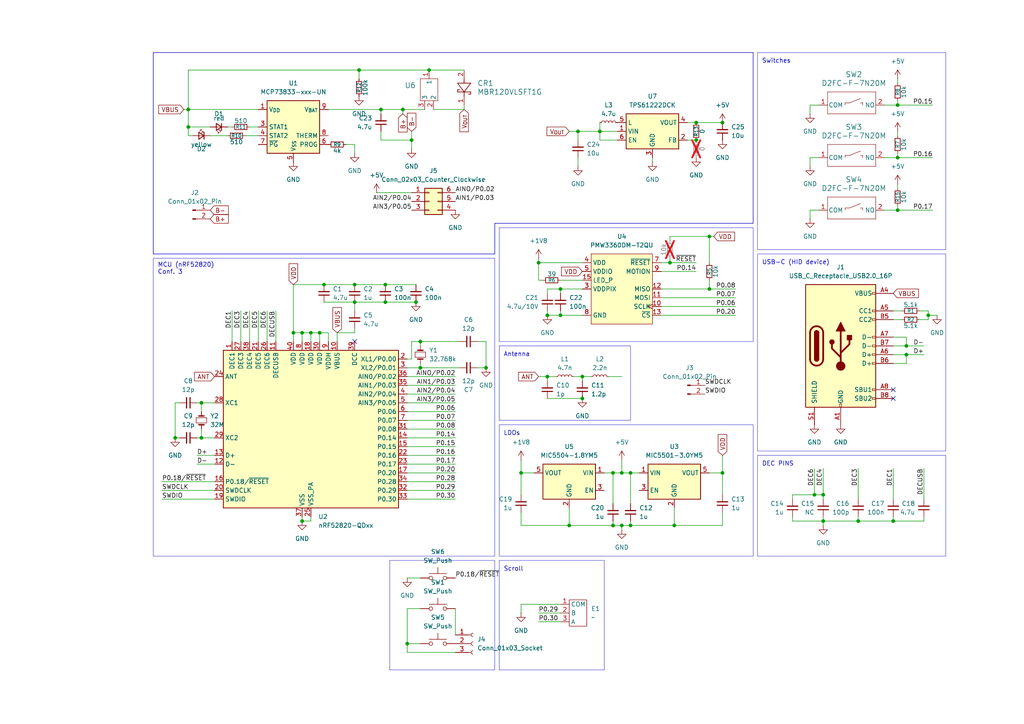
<source format=kicad_sch>
(kicad_sch (version 20250114) (generator "eeschema") (generator_version "9.0")
  (paper "A4")
  (rectangle (start 144.78 66.04) (end 218.44 99.06) (stroke (width 0.1)))
  (rectangle (start 219.71 132.08) (end 274.32 161.29) (stroke (width 0.1)))
  (rectangle (start 144.78 162.56) (end 175.26 194.31) (stroke (width 0.1)))
  (rectangle (start 144.78 123.19) (end 218.44 161.29) (stroke (width 0.1)))
  (rectangle (start 113.03 162.56) (end 143.51 194.31) (stroke (width 0.1)))
  (rectangle (start 44.45 74.93) (end 143.51 161.29) (stroke (width 0.1)))
  (rectangle (start 219.71 73.66) (end 274.32 130.81) (stroke (width 0.1)))
  (rectangle (start 144.78 100.33) (end 182.88 121.92) (stroke (width 0.1)))
  (rectangle (start 219.71 15.24) (end 274.32 72.39) (stroke (width 0.1)))
  (text "DEC PINS" (at 220.98 134.62 0) (effects (font (size 1.27 1.27)) (justify left)))
  (text "Antenna\n" (at 146.05 102.87 0) (effects (font (size 1.27 1.27)) (justify left)))
  (text "MCU (nRF52820)\nConf. 3" (at 45.72 76.2 0) (effects (font (size 1.27 1.27)) (justify left top)))
  (text "USB-C (HID device)" (at 220.98 76.2 0) (effects (font (size 1.27 1.27)) (justify left)))
  (text "Switches" (at 220.98 17.78 0) (effects (font (size 1.27 1.27)) (justify left)))
  (text "LDOs" (at 146.05 125.73 0) (effects (font (size 1.27 1.27)) (justify left)))
  (text "Scroll" (at 146.05 165.1 0) (effects (font (size 1.27 1.27)) (justify left)))
  (junction (at 124.46 20.32))
  (junction (at 168.91 109.22))
  (junction (at 92.71 96.52))
  (junction (at 50.8 127))
  (junction (at 205.74 68.58))
  (junction (at 177.8 137.16))
  (junction (at 58.42 127))
  (junction (at 111.76 87.63))
  (junction (at 58.42 116.84))
  (junction (at 158.75 109.22))
  (junction (at 209.55 137.16))
  (junction (at 182.88 152.4))
  (junction (at 269.24 91.44))
  (junction (at 116.84 31.75))
  (junction (at 201.93 40.64))
  (junction (at 120.65 87.63))
  (junction (at 238.76 143.51))
  (junction (at 168.91 115.57))
  (junction (at 201.93 35.56))
  (junction (at 260.35 60.96))
  (junction (at 209.55 35.56))
  (junction (at 104.14 20.32))
  (junction (at 180.34 152.4))
  (junction (at 236.22 143.51))
  (junction (at 162.56 91.44))
  (junction (at 248.92 151.13))
  (junction (at 165.1 152.4))
  (junction (at 173.99 38.1))
  (junction (at 259.08 151.13))
  (junction (at 111.76 82.55))
  (junction (at 151.13 137.16))
  (junction (at 54.61 36.83))
  (junction (at 85.09 96.52))
  (junction (at 90.17 96.52))
  (junction (at 121.92 106.68))
  (junction (at 194.31 76.2))
  (junction (at 167.64 38.1))
  (junction (at 260.35 45.72))
  (junction (at 156.21 76.2))
  (junction (at 182.88 137.16))
  (junction (at 102.87 82.55))
  (junction (at 162.56 83.82))
  (junction (at 121.92 99.06))
  (junction (at 260.35 30.48))
  (junction (at 262.89 100.33))
  (junction (at 87.63 96.52))
  (junction (at 195.58 152.4))
  (junction (at 110.49 31.75))
  (junction (at 238.76 151.13))
  (junction (at 118.11 186.69))
  (junction (at 158.75 91.44))
  (junction (at 140.97 106.68))
  (junction (at 262.89 102.87))
  (junction (at 54.61 31.75))
  (junction (at 119.38 40.64))
  (junction (at 205.74 83.82))
  (junction (at 102.87 87.63))
  (junction (at 93.98 82.55))
  (junction (at 177.8 152.4))
  (junction (at 87.63 151.13))
  (junction (at 180.34 137.16))
  (no_connect (at 259.08 115.57))
  (no_connect (at 259.08 113.03))
  (no_connect (at 102.87 99.06))
  (wire (pts (xy 260.35 44.45) (xy 260.35 45.72)))
  (wire (pts (xy 118.11 132.08) (xy 132.08 132.08)))
  (wire (pts (xy 262.89 97.79) (xy 262.89 100.33)))
  (wire (pts (xy 151.13 175.26) (xy 162.56 175.26)))
  (wire (pts (xy 209.55 137.16) (xy 209.55 143.51)))
  (wire (pts (xy 90.17 96.52) (xy 90.17 99.06)))
  (wire (pts (xy 162.56 83.82) (xy 158.75 83.82)))
  (wire (pts (xy 85.09 99.06) (xy 85.09 96.52)))
  (wire (pts (xy 85.09 82.55) (xy 85.09 96.52)))
  (polyline (pts (xy 143.51 64.77) (xy 218.44 64.77)))
  (wire (pts (xy 109.22 55.88) (xy 119.38 55.88)))
  (wire (pts (xy 54.61 36.83) (xy 60.96 36.83)))
  (wire (pts (xy 179.07 40.64) (xy 173.99 40.64)))
  (wire (pts (xy 87.63 151.13) (xy 87.63 149.86)))
  (wire (pts (xy 259.08 135.89) (xy 259.08 144.78)))
  (wire (pts (xy 66.04 36.83) (xy 67.31 36.83)))
  (wire (pts (xy 110.49 31.75) (xy 110.49 33.02)))
  (wire (pts (xy 95.25 31.75) (xy 110.49 31.75)))
  (wire (pts (xy 118.11 189.23) (xy 132.08 189.23)))
  (wire (pts (xy 194.31 74.93) (xy 194.31 76.2)))
  (wire (pts (xy 165.1 38.1) (xy 167.64 38.1)))
  (wire (pts (xy 173.99 38.1) (xy 179.07 38.1)))
  (wire (pts (xy 158.75 83.82) (xy 158.75 85.09)))
  (wire (pts (xy 119.38 38.1) (xy 119.38 40.64)))
  (wire (pts (xy 195.58 147.32) (xy 195.58 152.4)))
  (wire (pts (xy 201.93 35.56) (xy 209.55 35.56)))
  (wire (pts (xy 46.99 142.24) (xy 62.23 142.24)))
  (wire (pts (xy 158.75 110.49) (xy 158.75 109.22)))
  (wire (pts (xy 54.61 31.75) (xy 54.61 20.32)))
  (wire (pts (xy 57.15 127) (xy 58.42 127)))
  (wire (pts (xy 270.51 30.48) (xy 260.35 30.48)))
  (wire (pts (xy 201.93 35.56) (xy 199.39 35.56)))
  (wire (pts (xy 102.87 95.25) (xy 102.87 96.52)))
  (wire (pts (xy 118.11 114.3) (xy 132.08 114.3)))
  (wire (pts (xy 238.76 152.4) (xy 238.76 151.13)))
  (wire (pts (xy 118.11 109.22) (xy 132.08 109.22)))
  (wire (pts (xy 229.87 143.51) (xy 236.22 143.51)))
  (wire (pts (xy 102.87 87.63) (xy 102.87 90.17)))
  (wire (pts (xy 121.92 167.64) (xy 118.11 167.64)))
  (wire (pts (xy 104.14 20.32) (xy 124.46 20.32)))
  (wire (pts (xy 52.07 116.84) (xy 50.8 116.84)))
  (wire (pts (xy 132.08 176.53) (xy 132.08 184.15)))
  (wire (pts (xy 195.58 152.4) (xy 209.55 152.4)))
  (wire (pts (xy 118.11 124.46) (xy 132.08 124.46)))
  (wire (pts (xy 151.13 152.4) (xy 151.13 148.59)))
  (wire (pts (xy 118.11 116.84) (xy 132.08 116.84)))
  (wire (pts (xy 60.96 39.37) (xy 66.04 39.37)))
  (wire (pts (xy 58.42 116.84) (xy 62.23 116.84)))
  (wire (pts (xy 194.31 68.58) (xy 194.31 69.85)))
  (wire (pts (xy 46.99 144.78) (xy 62.23 144.78)))
  (wire (pts (xy 140.97 99.06) (xy 138.43 99.06)))
  (wire (pts (xy 267.97 149.86) (xy 267.97 151.13)))
  (wire (pts (xy 229.87 151.13) (xy 238.76 151.13)))
  (wire (pts (xy 168.91 83.82) (xy 162.56 83.82)))
  (wire (pts (xy 238.76 151.13) (xy 238.76 149.86)))
  (wire (pts (xy 118.11 121.92) (xy 132.08 121.92)))
  (wire (pts (xy 102.87 44.45) (xy 102.87 41.91)))
  (wire (pts (xy 260.35 59.69) (xy 260.35 60.96)))
  (wire (pts (xy 118.11 186.69) (xy 118.11 189.23)))
  (wire (pts (xy 176.53 109.22) (xy 180.34 109.22)))
  (wire (pts (xy 182.88 137.16) (xy 185.42 137.16)))
  (wire (pts (xy 104.14 20.32) (xy 104.14 22.86)))
  (wire (pts (xy 54.61 39.37) (xy 55.88 39.37)))
  (wire (pts (xy 156.21 76.2) (xy 156.21 81.28)))
  (wire (pts (xy 119.38 99.06) (xy 121.92 99.06)))
  (wire (pts (xy 118.11 119.38) (xy 132.08 119.38)))
  (wire (pts (xy 191.77 91.44) (xy 213.36 91.44)))
  (wire (pts (xy 54.61 20.32) (xy 104.14 20.32)))
  (wire (pts (xy 92.71 96.52) (xy 95.25 96.52)))
  (wire (pts (xy 162.56 90.17) (xy 162.56 91.44)))
  (wire (pts (xy 260.35 39.37) (xy 260.35 38.1)))
  (wire (pts (xy 256.54 60.96) (xy 260.35 60.96)))
  (wire (pts (xy 236.22 135.89) (xy 236.22 143.51)))
  (wire (pts (xy 267.97 135.89) (xy 267.97 144.78)))
  (wire (pts (xy 121.92 99.06) (xy 133.35 99.06)))
  (wire (pts (xy 209.55 152.4) (xy 209.55 148.59)))
  (wire (pts (xy 189.23 45.72) (xy 189.23 46.99)))
  (wire (pts (xy 118.11 111.76) (xy 132.08 111.76)))
  (wire (pts (xy 205.74 83.82) (xy 213.36 83.82)))
  (wire (pts (xy 80.01 90.17) (xy 80.01 99.06)))
  (wire (pts (xy 119.38 40.64) (xy 119.38 43.18)))
  (wire (pts (xy 151.13 177.8) (xy 151.13 175.26)))
  (wire (pts (xy 158.75 115.57) (xy 168.91 115.57)))
  (wire (pts (xy 95.25 96.52) (xy 95.25 99.06)))
  (wire (pts (xy 54.61 36.83) (xy 54.61 31.75)))
  (wire (pts (xy 167.64 38.1) (xy 167.64 40.64)))
  (wire (pts (xy 166.37 109.22) (xy 168.91 109.22)))
  (wire (pts (xy 58.42 119.38) (xy 58.42 116.84)))
  (wire (pts (xy 50.8 116.84) (xy 50.8 127)))
  (polyline (pts (xy 143.51 64.77) (xy 143.51 73.66)))
  (wire (pts (xy 54.61 36.83) (xy 54.61 39.37)))
  (wire (pts (xy 262.89 105.41) (xy 259.08 105.41)))
  (wire (pts (xy 119.38 104.14) (xy 118.11 104.14)))
  (wire (pts (xy 259.08 151.13) (xy 259.08 149.86)))
  (wire (pts (xy 97.79 96.52) (xy 97.79 99.06)))
  (wire (pts (xy 167.64 38.1) (xy 173.99 38.1)))
  (wire (pts (xy 121.92 106.68) (xy 118.11 106.68)))
  (wire (pts (xy 50.8 127) (xy 52.07 127)))
  (wire (pts (xy 236.22 143.51) (xy 238.76 143.51)))
  (wire (pts (xy 57.15 132.08) (xy 62.23 132.08)))
  (wire (pts (xy 234.95 30.48) (xy 237.49 30.48)))
  (wire (pts (xy 191.77 83.82) (xy 205.74 83.82)))
  (wire (pts (xy 154.94 137.16) (xy 151.13 137.16)))
  (wire (pts (xy 156.21 177.8) (xy 162.56 177.8)))
  (wire (pts (xy 57.15 134.62) (xy 62.23 134.62)))
  (wire (pts (xy 201.93 40.64) (xy 199.39 40.64)))
  (wire (pts (xy 118.11 142.24) (xy 132.08 142.24)))
  (wire (pts (xy 69.85 90.17) (xy 69.85 99.06)))
  (polyline (pts (xy 143.51 73.66) (xy 44.45 73.66)))
  (wire (pts (xy 269.24 90.17) (xy 269.24 91.44)))
  (wire (pts (xy 260.35 29.21) (xy 260.35 30.48)))
  (wire (pts (xy 234.95 33.02) (xy 234.95 30.48)))
  (wire (pts (xy 71.12 39.37) (xy 74.93 39.37)))
  (wire (pts (xy 161.29 109.22) (xy 158.75 109.22)))
  (wire (pts (xy 168.91 110.49) (xy 168.91 109.22)))
  (wire (pts (xy 93.98 82.55) (xy 102.87 82.55)))
  (wire (pts (xy 234.95 45.72) (xy 237.49 45.72)))
  (wire (pts (xy 58.42 127) (xy 62.23 127)))
  (wire (pts (xy 168.91 91.44) (xy 162.56 91.44)))
  (wire (pts (xy 119.38 99.06) (xy 119.38 104.14)))
  (wire (pts (xy 267.97 151.13) (xy 259.08 151.13)))
  (wire (pts (xy 72.39 36.83) (xy 74.93 36.83)))
  (wire (pts (xy 182.88 152.4) (xy 182.88 151.13)))
  (wire (pts (xy 234.95 48.26) (xy 234.95 45.72)))
  (wire (pts (xy 110.49 40.64) (xy 119.38 40.64)))
  (wire (pts (xy 102.87 87.63) (xy 111.76 87.63)))
  (wire (pts (xy 168.91 109.22) (xy 171.45 109.22)))
  (wire (pts (xy 256.54 45.72) (xy 260.35 45.72)))
  (polyline (pts (xy 44.45 15.24) (xy 218.44 15.24)))
  (wire (pts (xy 111.76 87.63) (xy 120.65 87.63)))
  (wire (pts (xy 118.11 176.53) (xy 121.92 176.53)))
  (wire (pts (xy 102.87 96.52) (xy 97.79 96.52)))
  (wire (pts (xy 266.7 90.17) (xy 269.24 90.17)))
  (wire (pts (xy 177.8 152.4) (xy 177.8 151.13)))
  (wire (pts (xy 238.76 135.89) (xy 238.76 143.51)))
  (wire (pts (xy 77.47 90.17) (xy 77.47 99.06)))
  (wire (pts (xy 121.92 106.68) (xy 133.35 106.68)))
  (wire (pts (xy 156.21 74.93) (xy 156.21 76.2)))
  (wire (pts (xy 177.8 137.16) (xy 177.8 146.05)))
  (wire (pts (xy 124.46 20.32) (xy 134.62 20.32)))
  (wire (pts (xy 207.01 68.58) (xy 205.74 68.58)))
  (wire (pts (xy 102.87 82.55) (xy 111.76 82.55)))
  (wire (pts (xy 118.11 127) (xy 132.08 127)))
  (wire (pts (xy 158.75 109.22) (xy 156.21 109.22)))
  (wire (pts (xy 87.63 96.52) (xy 87.63 99.06)))
  (wire (pts (xy 87.63 96.52) (xy 90.17 96.52)))
  (wire (pts (xy 85.09 96.52) (xy 87.63 96.52)))
  (wire (pts (xy 194.31 68.58) (xy 205.74 68.58)))
  (wire (pts (xy 191.77 88.9) (xy 213.36 88.9)))
  (wire (pts (xy 156.21 180.34) (xy 162.56 180.34)))
  (wire (pts (xy 262.89 102.87) (xy 259.08 102.87)))
  (wire (pts (xy 90.17 96.52) (xy 92.71 96.52)))
  (wire (pts (xy 259.08 92.71) (xy 261.62 92.71)))
  (wire (pts (xy 209.55 132.08) (xy 209.55 137.16)))
  (wire (pts (xy 72.39 90.17) (xy 72.39 99.06)))
  (wire (pts (xy 248.92 151.13) (xy 238.76 151.13)))
  (wire (pts (xy 151.13 137.16) (xy 151.13 143.51)))
  (wire (pts (xy 205.74 83.82) (xy 205.74 81.28)))
  (wire (pts (xy 156.21 81.28) (xy 157.48 81.28)))
  (wire (pts (xy 151.13 133.35) (xy 151.13 137.16)))
  (wire (pts (xy 205.74 68.58) (xy 205.74 76.2)))
  (wire (pts (xy 201.93 78.74) (xy 191.77 78.74)))
  (wire (pts (xy 248.92 135.89) (xy 248.92 144.78)))
  (wire (pts (xy 67.31 90.17) (xy 67.31 99.06)))
  (wire (pts (xy 269.24 92.71) (xy 269.24 91.44)))
  (wire (pts (xy 191.77 86.36) (xy 213.36 86.36)))
  (wire (pts (xy 90.17 149.86) (xy 90.17 151.13)))
  (wire (pts (xy 102.87 41.91) (xy 100.33 41.91)))
  (wire (pts (xy 121.92 99.06) (xy 121.92 100.33)))
  (wire (pts (xy 87.63 151.13) (xy 90.17 151.13)))
  (wire (pts (xy 46.99 139.7) (xy 62.23 139.7)))
  (wire (pts (xy 260.35 54.61) (xy 260.35 53.34)))
  (wire (pts (xy 54.61 31.75) (xy 74.93 31.75)))
  (wire (pts (xy 260.35 45.72) (xy 270.51 45.72)))
  (wire (pts (xy 118.11 139.7) (xy 132.08 139.7)))
  (wire (pts (xy 266.7 92.71) (xy 269.24 92.71)))
  (wire (pts (xy 269.24 91.44) (xy 271.78 91.44)))
  (wire (pts (xy 182.88 137.16) (xy 182.88 146.05)))
  (wire (pts (xy 118.11 134.62) (xy 132.08 134.62)))
  (wire (pts (xy 177.8 137.16) (xy 175.26 137.16)))
  (wire (pts (xy 134.62 31.75) (xy 134.62 30.48)))
  (wire (pts (xy 53.34 31.75) (xy 54.61 31.75)))
  (wire (pts (xy 162.56 81.28) (xy 168.91 81.28)))
  (wire (pts (xy 158.75 91.44) (xy 158.75 90.17)))
  (wire (pts (xy 180.34 152.4) (xy 182.88 152.4)))
  (wire (pts (xy 262.89 102.87) (xy 267.97 102.87)))
  (wire (pts (xy 118.11 129.54) (xy 132.08 129.54)))
  (wire (pts (xy 194.31 76.2) (xy 201.93 76.2)))
  (wire (pts (xy 118.11 176.53) (xy 118.11 186.69)))
  (wire (pts (xy 85.09 82.55) (xy 93.98 82.55)))
  (wire (pts (xy 262.89 102.87) (xy 262.89 105.41)))
  (wire (pts (xy 260.35 30.48) (xy 256.54 30.48)))
  (wire (pts (xy 116.84 31.75) (xy 123.19 31.75)))
  (wire (pts (xy 156.21 76.2) (xy 168.91 76.2)))
  (wire (pts (xy 262.89 97.79) (xy 259.08 97.79)))
  (wire (pts (xy 93.98 87.63) (xy 102.87 87.63)))
  (polyline (pts (xy 218.44 15.24) (xy 218.44 64.77)))
  (wire (pts (xy 110.49 31.75) (xy 116.84 31.75)))
  (wire (pts (xy 74.93 90.17) (xy 74.93 99.06)))
  (wire (pts (xy 191.77 76.2) (xy 194.31 76.2)))
  (wire (pts (xy 173.99 40.64) (xy 173.99 38.1)))
  (wire (pts (xy 229.87 151.13) (xy 229.87 149.86)))
  (wire (pts (xy 260.35 60.96) (xy 270.51 60.96)))
  (wire (pts (xy 138.43 106.68) (xy 140.97 106.68)))
  (wire (pts (xy 58.42 127) (xy 58.42 124.46)))
  (wire (pts (xy 205.74 137.16) (xy 209.55 137.16)))
  (wire (pts (xy 140.97 106.68) (xy 140.97 99.06)))
  (wire (pts (xy 180.34 137.16) (xy 177.8 137.16)))
  (wire (pts (xy 92.71 96.52) (xy 92.71 99.06)))
  (wire (pts (xy 110.49 38.1) (xy 110.49 40.64)))
  (wire (pts (xy 229.87 144.78) (xy 229.87 143.51)))
  (wire (pts (xy 262.89 100.33) (xy 267.97 100.33)))
  (wire (pts (xy 248.92 151.13) (xy 259.08 151.13)))
  (wire (pts (xy 248.92 149.86) (xy 248.92 151.13)))
  (wire (pts (xy 111.76 82.55) (xy 120.65 82.55)))
  (wire (pts (xy 162.56 83.82) (xy 162.56 85.09)))
  (wire (pts (xy 180.34 152.4) (xy 177.8 152.4)))
  (wire (pts (xy 234.95 60.96) (xy 237.49 60.96)))
  (wire (pts (xy 116.84 31.75) (xy 116.84 33.02)))
  (wire (pts (xy 262.89 100.33) (xy 259.08 100.33)))
  (wire (pts (xy 238.76 143.51) (xy 238.76 144.78)))
  (wire (pts (xy 260.35 24.13) (xy 260.35 22.86)))
  (wire (pts (xy 173.99 35.56) (xy 173.99 38.1)))
  (wire (pts (xy 180.34 133.35) (xy 180.34 137.16)))
  (wire (pts (xy 165.1 152.4) (xy 151.13 152.4)))
  (wire (pts (xy 182.88 152.4) (xy 195.58 152.4)))
  (wire (pts (xy 167.64 48.26) (xy 167.64 45.72)))
  (wire (pts (xy 177.8 152.4) (xy 165.1 152.4)))
  (polyline (pts (xy 44.45 73.66) (xy 44.45 15.24)))
  (wire (pts (xy 118.11 137.16) (xy 132.08 137.16)))
  (wire (pts (xy 259.08 90.17) (xy 261.62 90.17)))
  (wire (pts (xy 118.11 144.78) (xy 132.08 144.78)))
  (wire (pts (xy 165.1 147.32) (xy 165.1 152.4)))
  (wire (pts (xy 121.92 105.41) (xy 121.92 106.68)))
  (wire (pts (xy 180.34 153.67) (xy 180.34 152.4)))
  (wire (pts (xy 118.11 186.69) (xy 121.92 186.69)))
  (wire (pts (xy 162.56 91.44) (xy 158.75 91.44)))
  (wire (pts (xy 57.15 116.84) (xy 58.42 116.84)))
  (wire (pts (xy 234.95 63.5) (xy 234.95 60.96)))
  (wire (pts (xy 180.34 137.16) (xy 182.88 137.16)))
  (wire (pts (xy 134.62 31.75) (xy 125.73 31.75)))
  (label "P0.08" (at 213.36 83.82 180))
  (label "D-" (at 267.97 100.33 180))
  (label "P0.18{slash}~{RESET}" (at 132.08 167.64 0))
  (label "DEC4" (at 238.76 135.89 270))
  (label "SWDIO" (at 204.47 114.3 0))
  (label "AINO{slash}P0.02" (at 132.08 109.22 180))
  (label "AIN1{slash}P0.03" (at 132.08 111.76 180))
  (label "P0.06" (at 132.08 119.38 180))
  (label "P0.07" (at 132.08 121.92 180))
  (label "P0.08" (at 132.08 124.46 180))
  (label "P0.14" (at 132.08 127 180))
  (label "P0.15" (at 132.08 129.54 180))
  (label "P0.16" (at 132.08 132.08 180))
  (label "P0.17" (at 132.08 134.62 180))
  (label "P0.29" (at 132.08 142.24 180))
  (label "P0.28" (at 132.08 139.7 180))
  (label "P0.20" (at 132.08 137.16 180))
  (label "AIN2{slash}P0.04" (at 132.08 114.3 180))
  (label "AIN3{slash}P0.05" (at 132.08 116.84 180))
  (label "P0.30" (at 132.08 144.78 180))
  (label "DEC6" (at 236.22 135.89 270))
  (label "P0.29" (at 156.21 177.8 0))
  (label "DECUSB" (at 267.97 135.89 270))
  (label "SWDCLK" (at 204.47 111.76 0))
  (label "D+" (at 267.97 102.87 180))
  (label "P0.30" (at 156.21 180.34 0))
  (label "DEC4" (at 72.39 90.17 270))
  (label "DEC5" (at 74.93 90.17 270))
  (label "DEC6" (at 77.47 90.17 270))
  (label "DECUSB" (at 80.01 90.17 270))
  (label "DEC1" (at 67.31 90.17 270))
  (label "DEC3" (at 69.85 90.17 270))
  (label "DEC3" (at 248.92 135.89 270))
  (label "P0.06" (at 213.36 88.9 180))
  (label "P0.14" (at 201.93 78.74 180))
  (label "D+" (at 57.15 132.08 0))
  (label "AIN3{slash}P0.05" (at 119.38 60.96 180))
  (label "~{RESET}" (at 201.93 76.2 180))
  (label "P0.20" (at 213.36 91.44 180))
  (label "D-" (at 57.15 134.62 0))
  (label "DEC1" (at 259.08 135.89 270))
  (label "P0.16" (at 270.51 45.72 180))
  (label "P0.15" (at 270.51 30.48 180))
  (label "P0.07" (at 213.36 86.36 180))
  (label "P0.18{slash}~{RESET}" (at 46.99 139.7 0))
  (label "AIN1{slash}P0.03" (at 132.08 58.42 0))
  (label "AIN2{slash}P0.04" (at 119.38 58.42 180))
  (label "P0.17" (at 270.51 60.96 180))
  (label "SWDIO" (at 46.99 144.78 0))
  (label "SWDCLK" (at 46.99 142.24 0))
  (label "AINO{slash}P0.02" (at 132.08 55.88 0))
  (global_label "VDD" (shape input) (at 209.55 132.08 90) (property "Intersheetrefs" "${INTERSHEET_REFS}" (effects (hide yes))))
  (global_label "VBUS" (shape input) (at 97.79 96.52 90) (property "Intersheetrefs" "${INTERSHEET_REFS}" (effects (hide yes))))
  (global_label "V_{OUT}" (shape input) (at 165.1 38.1 180) (property "Intersheetrefs" "${INTERSHEET_REFS}" (effects (hide yes))))
  (global_label "ANT" (shape input) (at 156.21 109.22 180) (property "Intersheetrefs" "${INTERSHEET_REFS}" (effects (hide yes))))
  (global_label "B-" (shape input) (at 119.38 38.1 90) (property "Intersheetrefs" "${INTERSHEET_REFS}" (effects (hide yes))))
  (global_label "VBUS" (shape input) (at 259.08 85.09 0) (property "Intersheetrefs" "${INTERSHEET_REFS}" (effects (hide yes))))
  (global_label "VDD" (shape input) (at 85.09 82.55 90) (property "Intersheetrefs" "${INTERSHEET_REFS}" (effects (hide yes))))
  (global_label "V_{OUT}" (shape input) (at 134.62 31.75 270) (property "Intersheetrefs" "${INTERSHEET_REFS}" (effects (hide yes))))
  (global_label "VBUS" (shape input) (at 53.34 31.75 180) (property "Intersheetrefs" "${INTERSHEET_REFS}" (effects (hide yes))))
  (global_label "ANT" (shape input) (at 62.23 109.22 180) (property "Intersheetrefs" "${INTERSHEET_REFS}" (effects (hide yes))))
  (global_label "VDD" (shape input) (at 207.01 68.58 0) (property "Intersheetrefs" "${INTERSHEET_REFS}" (effects (hide yes))))
  (global_label "B+" (shape input) (at 116.84 33.02 270) (property "Intersheetrefs" "${INTERSHEET_REFS}" (effects (hide yes))))
  (global_label "VDD" (shape input) (at 168.91 78.74 180) (property "Intersheetrefs" "${INTERSHEET_REFS}" (effects (hide yes))))
  (global_label "B-" (shape input) (at 60.96 60.96 0) (property "Intersheetrefs" "${INTERSHEET_REFS}" (effects (hide yes))))
  (global_label "B+" (shape input) (at 60.96 63.5 0) (property "Intersheetrefs" "${INTERSHEET_REFS}" (effects (hide yes))))
  (symbol (lib_id "power:GND") (at 168.91 115.57 0) (unit 1)
    (property "Reference" "#PWR09" (effects (hide yes)))
    (property "Value" "GND" (at 168.91 120.65 0))
    (property "Description" "Power symbol creates a global label with name \"GND\" , ground" (effects (hide yes)))
  )
  (symbol (lib_id "power:GND") (at 87.63 151.13 0) (mirror y) (unit 1)
    (property "Reference" "#PWR016" (effects (hide yes)))
    (property "Value" "GND" (at 87.63 156.21 0))
    (property "Description" "Power symbol creates a global label with name \"GND\" , ground" (effects (hide yes)))
  )
  (symbol (lib_id "Device:LED_Small") (at 58.42 39.37 0) (mirror y) (unit 1)
    (property "Reference" "D2" (at 58.42 43.18 0))
    (property "Value" "yellow" (at 58.42 41.91 0))
    (property "Footprint" "LED_SMD:LED_0805_2012Metric" (effects (hide yes)))
    (property "Description" "Light emitting diode, small symbol" (effects (hide yes)))
    (property "Sim.Pin" "1=K 2=A" (effects (hide yes)))
  )
  (symbol (lib_id "Device:R_Small") (at 260.35 26.67 0) (unit 1)
    (property "Reference" "R8" (at 260.35 26.67 90) (effects (font (size 1.016 1.016))))
    (property "Value" "10k" (at 262.128 26.67 90))
    (property "Footprint" "Resistor_SMD:R_0402_1005Metric" (effects (hide yes)))
    (property "Description" "Resistor, small symbol" (effects (hide yes)))
  )
  (symbol (lib_id "Regulator_Linear:MIC5504-1.8YM5") (at 165.1 139.7 0) (mirror y) (unit 1)
    (property "Reference" "U5" (at 165.1 129.54 0))
    (property "Value" "MIC5504-1.8YM5" (at 165.1 132.08 0))
    (property "Footprint" "Package_TO_SOT_SMD:SOT-23-5" (effects (hide yes)))
    (property "Datasheet" "http://ww1.microchip.com/downloads/en/DeviceDoc/MIC550X.pdf" (effects (hide yes)))
    (property "Description" "300mA Low-dropout Voltage Regulator, Vout 1.8V, Vin up to 5.5V, SOT-23" (effects (hide yes)))
  )
  (symbol (lib_id "MBR120VLSFT1G:MBR120VLSFT1G") (at 134.62 20.32 270) (unit 1)
    (property "Reference" "CR1" (at 138.43 24.1299 90) (effects (font (size 1.524 1.524)) (justify left)))
    (property "Value" "MBR120VLSFT1G" (at 138.43 26.6699 90) (effects (font (size 1.524 1.524)) (justify left)))
    (property "Footprint" "Footprints:MBR120VLSFT1G" (effects (hide yes)))
    (property "Datasheet" "MBR120VLSFT1G" (effects (hide yes)))
  )
  (symbol (lib_id "Device:C_Small") (at 182.88 148.59 180) (unit 1)
    (property "Reference" "C12" (at 185.42 147.3135 0) (effects (justify right)))
    (property "Value" "1u" (at 185.42 149.8535 0) (effects (justify right)))
    (property "Footprint" "Capacitor_SMD:C_0402_1005Metric" (effects (hide yes)))
    (property "Description" "Unpolarized capacitor, small symbol" (effects (hide yes)))
  )
  (symbol (lib_id "power:GND") (at 119.38 43.18 0) (mirror y) (unit 1)
    (property "Reference" "#PWR017" (effects (hide yes)))
    (property "Value" "GND" (at 119.38 48.26 0))
    (property "Description" "Power symbol creates a global label with name \"GND\" , ground" (effects (hide yes)))
  )
  (symbol (lib_id "Device:R_Small") (at 264.16 90.17 90) (unit 1)
    (property "Reference" "R1" (at 264.16 90.17 90) (effects (font (size 1.016 1.016))))
    (property "Value" "5.1k" (at 264.16 88.392 90))
    (property "Footprint" "Resistor_SMD:R_0402_1005Metric" (effects (hide yes)))
    (property "Description" "Resistor, small symbol" (effects (hide yes)))
  )
  (symbol (lib_id "Device:C_Small") (at 229.87 147.32 0) (mirror x) (unit 1)
    (property "Reference" "C14" (at 227.33 146.0435 0) (effects (justify right)))
    (property "Value" "1u" (at 227.33 148.5835 0) (effects (justify right)))
    (property "Footprint" "Capacitor_SMD:C_0402_1005Metric" (effects (hide yes)))
    (property "Description" "Unpolarized capacitor, small symbol" (effects (hide yes)))
  )
  (symbol (lib_id "Device:R_Small") (at 264.16 92.71 90) (unit 1)
    (property "Reference" "R2" (at 264.16 92.71 90) (effects (font (size 1.016 1.016))))
    (property "Value" "5.1k" (at 264.16 94.488 90))
    (property "Footprint" "Resistor_SMD:R_0402_1005Metric" (effects (hide yes)))
    (property "Description" "Resistor, small symbol" (effects (hide yes)))
  )
  (symbol (lib_id "Device:R_Small") (at 260.35 41.91 0) (unit 1)
    (property "Reference" "R7" (at 260.35 41.91 90) (effects (font (size 1.016 1.016))))
    (property "Value" "10k" (at 262.128 41.91 90))
    (property "Footprint" "Resistor_SMD:R_0402_1005Metric" (effects (hide yes)))
    (property "Description" "Resistor, small symbol" (effects (hide yes)))
  )
  (symbol (lib_id "Device:L_Small") (at 173.99 109.22 90) (unit 1)
    (property "Reference" "L2" (at 173.99 104.14 90))
    (property "Value" "2.2n" (at 173.99 106.68 90))
    (property "Footprint" "Inductor_SMD:L_0402_1005Metric" (effects (hide yes)))
    (property "Description" "Inductor, small symbol" (effects (hide yes)))
  )
  (symbol (lib_id "Device:C_Small") (at 158.75 113.03 180) (unit 1)
    (property "Reference" "C10" (at 161.29 111.7535 0) (effects (justify right)))
    (property "Value" "1p" (at 161.29 114.2935 0) (effects (justify right)))
    (property "Footprint" "Capacitor_SMD:C_0402_1005Metric" (effects (hide yes)))
    (property "Description" "Unpolarized capacitor, small symbol" (effects (hide yes)))
  )
  (symbol (lib_id "Switch:SW_Push") (at 127 167.64 0) (unit 1)
    (property "Reference" "SW6" (at 127 160.02 0))
    (property "Value" "SW_Push" (at 127 162.56 0))
    (property "Footprint" "Button_Switch_SMD:SW_SPST_B3U-3000P" (effects (hide yes)))
    (property "Description" "Push button switch, generic, two pins" (effects (hide yes)))
  )
  (symbol (lib_id "power:GND") (at 234.95 33.02 0) (unit 1)
    (property "Reference" "#PWR014" (effects (hide yes)))
    (property "Value" "GND" (at 234.95 38.1 0))
    (property "Description" "Power symbol creates a global label with name \"GND\" , ground" (effects (hide yes)))
  )
  (symbol (lib_id "Device:R_Small") (at 260.35 57.15 0) (unit 1)
    (property "Reference" "R15" (at 260.35 57.15 90) (effects (font (size 1.016 1.016))))
    (property "Value" "10k" (at 262.128 57.15 90))
    (property "Footprint" "Resistor_SMD:R_0402_1005Metric" (effects (hide yes)))
    (property "Description" "Resistor, small symbol" (effects (hide yes)))
  )
  (symbol (lib_id "Device:C_Small") (at 111.76 85.09 180) (unit 1)
    (property "Reference" "C3" (at 114.3 83.8135 0) (effects (justify right)))
    (property "Value" "100n" (at 114.3 86.3535 0) (effects (justify right)))
    (property "Footprint" "Capacitor_SMD:C_0402_1005Metric" (effects (hide yes)))
    (property "Description" "Unpolarized capacitor, small symbol" (effects (hide yes)))
  )
  (symbol (lib_id "Device:C_Small") (at 54.61 127 270) (unit 1)
    (property "Reference" "C9" (at 54.6036 120.65 90))
    (property "Value" "12p" (at 54.6036 123.19 90))
    (property "Footprint" "Capacitor_SMD:C_0402_1005Metric" (effects (hide yes)))
    (property "Description" "Unpolarized capacitor, small symbol" (effects (hide yes)))
  )
  (symbol (lib_id "power:GND") (at 209.55 40.64 0) (mirror y) (unit 1)
    (property "Reference" "#PWR023" (effects (hide yes)))
    (property "Value" "GND" (at 209.55 45.72 0))
    (property "Description" "Power symbol creates a global label with name \"GND\" , ground" (effects (hide yes)))
  )
  (symbol (lib_id "Device:C_Small") (at 135.89 99.06 270) (unit 1)
    (property "Reference" "C6" (at 135.8836 92.71 90))
    (property "Value" "12p" (at 135.8836 95.25 90))
    (property "Footprint" "Capacitor_SMD:C_0402_1005Metric" (effects (hide yes)))
    (property "Description" "Unpolarized capacitor, small symbol" (effects (hide yes)))
  )
  (symbol (lib_id "Connector:USB_C_Receptacle_USB2.0_16P") (at 243.84 100.33 0) (unit 1)
    (property "Reference" "J1" (at 243.84 77.47 0))
    (property "Value" "USB_C_Receptacle_USB2.0_16P" (at 243.84 80.01 0))
    (property "Footprint" "Connector_USB:USB_C_Receptacle_GCT_USB4105-xx-A_16P_TopMnt_Horizontal" (effects (hide yes)))
    (property "Datasheet" "https://www.usb.org/sites/default/files/documents/usb_type-c.zip" (effects (hide yes)))
    (property "Description" "USB 2.0-only 16P Type-C Receptacle connector" (effects (hide yes)))
  )
  (symbol (lib_id "Connector:Conn_01x02_Pin") (at 199.39 111.76 0) (unit 1)
    (property "Reference" "J3" (at 200.025 106.68 0))
    (property "Value" "Conn_01x02_Pin" (at 200.025 109.22 0))
    (property "Footprint" "Connector_PinHeader_1.00mm:PinHeader_1x02_P1.00mm_Vertical" (effects (hide yes)))
    (property "Description" "Generic connector, single row, 01x02, script generated" (effects (hide yes)))
  )
  (symbol (lib_id "power:+5V") (at 209.55 35.56 0) (unit 1)
    (property "Reference" "#PWR022" (effects (hide yes)))
    (property "Value" "+5V" (at 209.55 30.48 0))
    (property "Description" "Power symbol creates a global label with name \"+5V\"" (effects (hide yes)))
  )
  (symbol (lib_id "Device:R_Small") (at 194.31 72.39 180) (unit 1) (dnp yes)
    (property "Reference" "R4" (at 194.31 72.39 90) (effects (font (size 1.016 1.016))))
    (property "Value" "10k" (at 192.532 72.39 90))
    (property "Footprint" "Resistor_SMD:R_0402_1005Metric" (effects (hide yes)))
    (property "Description" "Resistor, small symbol" (effects (hide yes)))
  )
  (symbol (lib_id "IRLML2244TRPBF:IRLML2244TRPBF") (at 124.46 26.67 90) (mirror x) (unit 1)
    (property "Reference" "U6" (at 120.65 24.7649 90) (effects (font (size 1.524 1.524)) (justify left)))
    (property "Value" "IRLML2244TRPBF" (effects (hide yes)))
    (property "Footprint" "Footprints:IRLML2244TRPBF" (effects (hide yes)))
    (property "Datasheet" "https://www.infineon.com/dgdl/irlml2244pbf.pdf?fileId=5546d462533600a401535664bfff25f0" (effects (hide yes)))
  )
  (symbol (lib_id "Device:C_Small") (at 110.49 35.56 0) (mirror x) (unit 1)
    (property "Reference" "C23" (at 107.95 34.2835 0) (effects (justify right)))
    (property "Value" "4.7u" (at 107.95 36.8235 0) (effects (justify right)))
    (property "Footprint" "Capacitor_SMD:C_0402_1005Metric" (effects (hide yes)))
    (property "Description" "Unpolarized capacitor, small symbol" (effects (hide yes)))
  )
  (symbol (lib_id "power:+5V") (at 109.22 55.88 0) (unit 1)
    (property "Reference" "#PWR032" (effects (hide yes)))
    (property "Value" "+5V" (at 109.22 50.8 0))
    (property "Description" "Power symbol creates a global label with name \"+5V\"" (effects (hide yes)))
  )
  (symbol (lib_id "Device:R_Small") (at 160.02 81.28 90) (unit 1)
    (property "Reference" "R6" (at 160.02 81.28 90) (effects (font (size 1.016 1.016))))
    (property "Value" "39" (at 160.02 79.502 90))
    (property "Footprint" "Resistor_SMD:R_0402_1005Metric" (effects (hide yes)))
    (property "Description" "Resistor, small symbol" (effects (hide yes)))
  )
  (symbol (lib_id "power:GND") (at 201.93 45.72 0) (mirror y) (unit 1)
    (property "Reference" "#PWR024" (effects (hide yes)))
    (property "Value" "GND" (at 201.93 50.8 0))
    (property "Description" "Power symbol creates a global label with name \"GND\" , ground" (effects (hide yes)))
  )
  (symbol (lib_id "power:+1V8") (at 151.13 133.35 0) (unit 1)
    (property "Reference" "#PWR012" (effects (hide yes)))
    (property "Value" "+1V8" (at 151.13 128.27 0))
    (property "Description" "Power symbol creates a global label with name \"+1V8\"" (effects (hide yes)))
  )
  (symbol (lib_id "Battery_Management:MCP73833-xxx-UN") (at 85.09 36.83 0) (unit 1)
    (property "Reference" "U1" (at 85.09 24.13 0))
    (property "Value" "MCP73833-xxx-UN" (at 85.09 26.67 0))
    (property "Footprint" "Package_SO:MSOP-10_3x3mm_P0.5mm" (effects (hide yes)))
    (property "Datasheet" "https://ww1.microchip.com/downloads/aemDocuments/documents/OTH/ProductDocuments/DataSheets/22005b.pdf" (effects (hide yes)))
    (property "Description" "Stand-Alone Linear Li-Ion / Li-Polymer Charge Management Controller, MSOP-10" (effects (hide yes)))
  )
  (symbol (lib_id "Regulator_Switching:TPS61222DCK") (at 189.23 38.1 0) (unit 1)
    (property "Reference" "U7" (at 189.23 27.94 0))
    (property "Value" "TPS61222DCK" (at 189.23 30.48 0))
    (property "Footprint" "Package_TO_SOT_SMD:Texas_R-PDSO-G6" (effects (hide yes)))
    (property "Datasheet" "http://www.ti.com/lit/ds/symlink/tps61220.pdf" (effects (hide yes)))
    (property "Description" "400 mA Step-Up Converter, Fixed 5V Output Voltage, 0.7-5.5V Input Voltage, SC-70" (effects (hide yes)))
  )
  (symbol (lib_id "power:GND") (at 50.8 127 0) (unit 1)
    (property "Reference" "#PWR03" (effects (hide yes)))
    (property "Value" "GND" (at 50.8 132.08 0))
    (property "Description" "Power symbol creates a global label with name \"GND\" , ground" (effects (hide yes)))
  )
  (symbol (lib_id "Device:C_Small") (at 267.97 147.32 0) (mirror x) (unit 1)
    (property "Reference" "C18" (at 265.43 146.0435 0) (effects (justify right)))
    (property "Value" "4.7u" (at 265.43 148.5835 0) (effects (justify right)))
    (property "Footprint" "Capacitor_SMD:C_0402_1005Metric" (effects (hide yes)))
    (property "Description" "Unpolarized capacitor, small symbol" (effects (hide yes)))
  )
  (symbol (lib_id "Device:Crystal_Small") (at 121.92 102.87 90) (unit 1)
    (property "Reference" "Y1" (at 124.46 101.5999 90) (effects (justify right)))
    (property "Value" "32.768k" (at 124.46 104.1399 90) (effects (justify right)))
    (property "Footprint" "Footprints:CAP_ABS07-32.768KHZ-T_ABR" (effects (hide yes)))
    (property "Description" "Two pin crystal, small symbol" (effects (hide yes)))
  )
  (symbol (lib_id "Device:L_Small") (at 163.83 109.22 90) (unit 1)
    (property "Reference" "L1" (at 163.83 104.14 90))
    (property "Value" "4.7n" (at 163.83 106.68 90))
    (property "Footprint" "Inductor_SMD:L_0402_1005Metric" (effects (hide yes)))
    (property "Description" "Inductor, small symbol" (effects (hide yes)))
  )
  (symbol (lib_id "power:GND") (at 234.95 48.26 0) (unit 1)
    (property "Reference" "#PWR015" (effects (hide yes)))
    (property "Value" "GND" (at 234.95 53.34 0))
    (property "Description" "Power symbol creates a global label with name \"GND\" , ground" (effects (hide yes)))
  )
  (symbol (lib_id "power:GND") (at 118.11 167.64 0) (mirror y) (unit 1)
    (property "Reference" "#PWR033" (effects (hide yes)))
    (property "Value" "GND" (at 118.11 172.72 0))
    (property "Description" "Power symbol creates a global label with name \"GND\" , ground" (effects (hide yes)))
  )
  (symbol (lib_id "power:GND") (at 151.13 177.8 0) (unit 1)
    (property "Reference" "#PWR027" (effects (hide yes)))
    (property "Value" "GND" (at 151.13 182.88 0))
    (property "Description" "Power symbol creates a global label with name \"GND\" , ground" (effects (hide yes)))
  )
  (symbol (lib_id "Device:R_Small") (at 205.74 78.74 0) (unit 1)
    (property "Reference" "R5" (at 205.74 78.74 90) (effects (font (size 1.016 1.016))))
    (property "Value" "10k" (at 207.518 78.74 90))
    (property "Footprint" "Resistor_SMD:R_0402_1005Metric" (effects (hide yes)))
    (property "Description" "Resistor, small symbol" (effects (hide yes)))
  )
  (symbol (lib_id "Device:C_Small") (at 248.92 147.32 0) (mirror x) (unit 1)
    (property "Reference" "C16" (at 246.38 146.0435 0) (effects (justify right)))
    (property "Value" "100p" (at 246.38 148.5835 0) (effects (justify right)))
    (property "Footprint" "Capacitor_SMD:C_0402_1005Metric" (effects (hide yes)))
    (property "Description" "Unpolarized capacitor, small symbol" (effects (hide yes)))
  )
  (symbol (lib_id "Device:C_Small") (at 158.75 87.63 0) (mirror x) (unit 1)
    (property "Reference" "C21" (at 156.21 86.3535 0) (effects (justify right)))
    (property "Value" "4.7u/10V" (at 156.21 88.8935 0) (effects (justify right)))
    (property "Footprint" "Capacitor_SMD:C_0402_1005Metric" (effects (hide yes)))
    (property "Description" "Unpolarized capacitor, small symbol" (effects (hide yes)))
  )
  (symbol (lib_id "power:+5V") (at 260.35 22.86 0) (unit 1)
    (property "Reference" "#PWR025" (effects (hide yes)))
    (property "Value" "+5V" (at 260.35 17.78 0))
    (property "Description" "Power symbol creates a global label with name \"+5V\"" (effects (hide yes)))
  )
  (symbol (lib_id "power:GND") (at 236.22 123.19 0) (unit 1)
    (property "Reference" "#PWR05" (effects (hide yes)))
    (property "Value" "GND" (at 236.22 128.27 0))
    (property "Description" "Power symbol creates a global label with name \"GND\" , ground" (effects (hide yes)))
  )
  (symbol (lib_id "Switch:SW_Push") (at 127 186.69 0) (unit 1)
    (property "Reference" "SW5" (at 127 179.07 0))
    (property "Value" "SW_Push" (at 127 181.61 0))
    (property "Footprint" "Button_Switch_THT:SW_PUSH_6mm_H4.3mm" (effects (hide yes)))
    (property "Description" "Push button switch, generic, two pins" (effects (hide yes)))
  )
  (symbol (lib_id "Device:C_Small") (at 151.13 146.05 0) (mirror x) (unit 1)
    (property "Reference" "C19" (at 148.59 144.7735 0) (effects (justify right)))
    (property "Value" "1u" (at 148.59 147.3135 0) (effects (justify right)))
    (property "Footprint" "Capacitor_SMD:C_0402_1005Metric" (effects (hide yes)))
    (property "Description" "Unpolarized capacitor, small symbol" (effects (hide yes)))
  )
  (symbol (lib_id "Device:R_Small") (at 69.85 36.83 90) (unit 1)
    (property "Reference" "R11" (at 69.85 36.83 90) (effects (font (size 1.016 1.016))))
    (property "Value" "510" (at 69.85 35.052 90))
    (property "Footprint" "Resistor_SMD:R_0402_1005Metric" (effects (hide yes)))
    (property "Description" "Resistor, small symbol" (effects (hide yes)))
  )
  (symbol (lib_id "Device:C_Small") (at 93.98 85.09 180) (unit 1)
    (property "Reference" "C1" (at 96.52 83.8135 0) (effects (justify right)))
    (property "Value" "4.7u" (at 96.52 86.3535 0) (effects (justify right)))
    (property "Footprint" "Capacitor_SMD:C_0402_1005Metric" (effects (hide yes)))
    (property "Description" "Unpolarized capacitor, small symbol" (effects (hide yes)))
  )
  (symbol (lib_id "Switch:SW_Push") (at 127 176.53 0) (unit 1)
    (property "Reference" "SW1" (at 127 168.91 0))
    (property "Value" "SW_Push" (at 127 171.45 0))
    (property "Footprint" "Button_Switch_THT:SW_PUSH_6mm_H4.3mm" (effects (hide yes)))
    (property "Description" "Push button switch, generic, two pins" (effects (hide yes)))
  )
  (symbol (lib_id "power:GND") (at 85.09 46.99 0) (mirror y) (unit 1)
    (property "Reference" "#PWR018" (effects (hide yes)))
    (property "Value" "GND" (at 85.09 52.07 0))
    (property "Description" "Power symbol creates a global label with name \"GND\" , ground" (effects (hide yes)))
  )
  (symbol (lib_id "Device:C_Small") (at 167.64 43.18 180) (unit 1)
    (property "Reference" "C24" (at 170.18 41.9035 0) (effects (justify right)))
    (property "Value" "10u" (at 170.18 44.4435 0) (effects (justify right)))
    (property "Footprint" "Capacitor_SMD:C_0402_1005Metric" (effects (hide yes)))
    (property "Description" "Unpolarized capacitor, small symbol" (effects (hide yes)))
  )
  (symbol (lib_id "power:GND") (at 167.64 48.26 0) (mirror y) (unit 1)
    (property "Reference" "#PWR020" (effects (hide yes)))
    (property "Value" "GND" (at 167.64 53.34 0))
    (property "Description" "Power symbol creates a global label with name \"GND\" , ground" (effects (hide yes)))
  )
  (symbol (lib_id "MCU_Nordic:nRF52820-QDxx") (at 90.17 124.46 0) (unit 1)
    (property "Reference" "U2" (at 92.3133 149.86 0) (effects (justify left)))
    (property "Value" "nRF52820-QDxx" (at 92.3133 152.4 0) (effects (justify left)))
    (property "Footprint" "Package_DFN_QFN:QFN-40-1EP_5x5mm_P0.4mm_EP3.6x3.6mm" (effects (hide yes)))
    (property "Datasheet" "https://infocenter.nordicsemi.com/pdf/nRF52820_PS_v1.0.pdf" (effects (hide yes)))
    (property "Description" "Multiprotocol BLE/ANT/2.4 GHz/802.15.4 Cortex-M4 SoC, QFN-40" (effects (hide yes)))
  )
  (symbol (lib_id "Device:LED_Small") (at 63.5 36.83 180) (unit 1)
    (property "Reference" "D1" (at 63.5 33.02 0))
    (property "Value" "red" (at 63.5 34.29 0))
    (property "Footprint" "LED_SMD:LED_0805_2012Metric" (effects (hide yes)))
    (property "Description" "Light emitting diode, small symbol" (effects (hide yes)))
    (property "Sim.Pin" "1=K 2=A" (effects (hide yes)))
  )
  (symbol (lib_id "Connector:Conn_01x02_Pin") (at 55.88 60.96 0) (unit 1)
    (property "Reference" "J2" (at 56.515 55.88 0))
    (property "Value" "Conn_01x02_Pin" (at 56.515 58.42 0))
    (property "Footprint" "Connector_JST:JST_PH_B2B-PH-K_1x02_P2.00mm_Vertical" (effects (hide yes)))
    (property "Description" "Generic connector, single row, 01x02, script generated" (effects (hide yes)))
  )
  (symbol (lib_id "Device:R_Small") (at 201.93 43.18 0) (unit 1) (dnp yes)
    (property "Reference" "R14" (at 201.93 43.18 90) (effects (font (size 1.016 1.016))))
    (property "Value" "0" (at 203.708 43.18 90))
    (property "Footprint" "Resistor_SMD:R_0402_1005Metric" (effects (hide yes)))
    (property "Description" "Resistor, small symbol" (effects (hide yes)))
  )
  (symbol (lib_id "Device:C_Small") (at 259.08 147.32 0) (mirror x) (unit 1)
    (property "Reference" "C17" (at 256.54 146.0435 0) (effects (justify right)))
    (property "Value" "100n" (at 256.54 148.5835 0) (effects (justify right)))
    (property "Footprint" "Capacitor_SMD:C_0402_1005Metric" (effects (hide yes)))
    (property "Description" "Unpolarized capacitor, small symbol" (effects (hide yes)))
  )
  (symbol (lib_id "power:+1V8") (at 156.21 74.93 0) (unit 1)
    (property "Reference" "#PWR011" (effects (hide yes)))
    (property "Value" "+1V8" (at 156.21 69.85 0))
    (property "Description" "Power symbol creates a global label with name \"+1V8\"" (effects (hide yes)))
  )
  (symbol (lib_id "Device:C_Small") (at 168.91 113.03 180) (unit 1)
    (property "Reference" "C11" (at 171.45 111.7535 0) (effects (justify right)))
    (property "Value" "1.2p" (at 171.45 114.2935 0) (effects (justify right)))
    (property "Footprint" "Capacitor_SMD:C_0402_1005Metric" (effects (hide yes)))
    (property "Description" "Unpolarized capacitor, small symbol" (effects (hide yes)))
  )
  (symbol (lib_id "Device:C_Small") (at 135.89 106.68 270) (mirror x) (unit 1)
    (property "Reference" "C7" (at 135.8836 113.03 90))
    (property "Value" "12p" (at 135.8836 110.49 90))
    (property "Footprint" "Capacitor_SMD:C_0402_1005Metric" (effects (hide yes)))
    (property "Description" "Unpolarized capacitor, small symbol" (effects (hide yes)))
  )
  (symbol (lib_id "power:+5V") (at 180.34 133.35 0) (unit 1)
    (property "Reference" "#PWR030" (effects (hide yes)))
    (property "Value" "+5V" (at 180.34 128.27 0))
    (property "Description" "Power symbol creates a global label with name \"+5V\"" (effects (hide yes)))
  )
  (symbol (lib_id "Device:C_Small") (at 177.8 148.59 0) (mirror x) (unit 1)
    (property "Reference" "C20" (at 175.26 147.3135 0) (effects (justify right)))
    (property "Value" "1u" (at 175.26 149.8535 0) (effects (justify right)))
    (property "Footprint" "Capacitor_SMD:C_0402_1005Metric" (effects (hide yes)))
    (property "Description" "Unpolarized capacitor, small symbol" (effects (hide yes)))
  )
  (symbol (lib_id "power:GND") (at 238.76 152.4 0) (unit 1)
    (property "Reference" "#PWR010" (effects (hide yes)))
    (property "Value" "GND" (at 238.76 157.48 0))
    (property "Description" "Power symbol creates a global label with name \"GND\" , ground" (effects (hide yes)))
  )
  (symbol (lib_id "Device:C_Small") (at 102.87 85.09 180) (unit 1)
    (property "Reference" "C2" (at 105.41 83.8135 0) (effects (justify right)))
    (property "Value" "1u" (at 105.41 86.3535 0) (effects (justify right)))
    (property "Footprint" "Capacitor_SMD:C_0402_1005Metric" (effects (hide yes)))
    (property "Description" "Unpolarized capacitor, small symbol" (effects (hide yes)))
  )
  (symbol (lib_id "power:GND") (at 140.97 106.68 0) (unit 1)
    (property "Reference" "#PWR02" (effects (hide yes)))
    (property "Value" "GND" (at 140.97 111.76 0))
    (property "Description" "Power symbol creates a global label with name \"GND\" , ground" (effects (hide yes)))
  )
  (symbol (lib_id "Regulator_Linear:MIC5501-3.0YM5") (at 195.58 139.7 0) (unit 1)
    (property "Reference" "U3" (at 195.58 129.54 0))
    (property "Value" "MIC5501-3.0YM5" (at 195.58 132.08 0))
    (property "Footprint" "Package_TO_SOT_SMD:SOT-23-5" (effects (hide yes)))
    (property "Datasheet" "http://ww1.microchip.com/downloads/en/DeviceDoc/MIC550X.pdf" (effects (hide yes)))
    (property "Description" "300mA Low-dropout Voltage Regulator, Vout 3.0V, Vin up to 5.5V, SOT-23" (effects (hide yes)))
  )
  (symbol (lib_id "power:GND") (at 271.78 91.44 0) (unit 1)
    (property "Reference" "#PWR04" (effects (hide yes)))
    (property "Value" "GND" (at 271.78 96.52 0))
    (property "Description" "Power symbol creates a global label with name \"GND\" , ground" (effects (hide yes)))
  )
  (symbol (lib_id "D2FC-F-7N:D2FC-F-7N20M") (at 247.65 60.96 0) (unit 1)
    (property "Reference" "SW4" (at 247.65 52.07 0) (effects (font (size 1.524 1.524))))
    (property "Value" "D2FC-F-7N20M" (at 247.65 54.61 0) (effects (font (size 1.524 1.524))))
    (property "Footprint" "Footprints:D2FC-F-7N" (effects (hide yes)))
    (property "Datasheet" "D2FC-F-7N20M" (effects (hide yes)))
  )
  (symbol (lib_id "power:GND") (at 132.08 60.96 0) (unit 1)
    (property "Reference" "#PWR07" (effects (hide yes)))
    (property "Value" "GND" (at 132.08 66.04 0))
    (property "Description" "Power symbol creates a global label with name \"GND\" , ground" (effects (hide yes)))
  )
  (symbol (lib_id "power:GND") (at 189.23 46.99 0) (mirror y) (unit 1)
    (property "Reference" "#PWR021" (effects (hide yes)))
    (property "Value" "GND" (at 189.23 52.07 0))
    (property "Description" "Power symbol creates a global label with name \"GND\" , ground" (effects (hide yes)))
  )
  (symbol (lib_id "power:+5V") (at 260.35 53.34 0) (unit 1)
    (property "Reference" "#PWR028" (effects (hide yes)))
    (property "Value" "+5V" (at 260.35 48.26 0))
    (property "Description" "Power symbol creates a global label with name \"+5V\"" (effects (hide yes)))
  )
  (symbol (lib_id "Device:Crystal_Small") (at 58.42 121.92 90) (unit 1)
    (property "Reference" "Y2" (at 60.96 120.6499 90) (effects (justify right)))
    (property "Value" "32M" (at 60.96 123.1899 90) (effects (justify right)))
    (property "Footprint" "Footprints:XTAL_ABM3-32.000MHZ-D2Y-T" (effects (hide yes)))
    (property "Description" "Two pin crystal, small symbol" (effects (hide yes)))
  )
  (symbol (lib_id "Device:C_Small") (at 54.61 116.84 270) (unit 1)
    (property "Reference" "C8" (at 54.6036 110.49 90))
    (property "Value" "12p" (at 54.6036 113.03 90))
    (property "Footprint" "Capacitor_SMD:C_0402_1005Metric" (effects (hide yes)))
    (property "Description" "Unpolarized capacitor, small symbol" (effects (hide yes)))
  )
  (symbol (lib_id "Device:R_Small") (at 104.14 25.4 0) (mirror x) (unit 1)
    (property "Reference" "R12" (at 104.14 25.4 90) (effects (font (size 1.016 1.016))))
    (property "Value" "100k" (at 105.918 25.4 90))
    (property "Footprint" "Resistor_SMD:R_0402_1005Metric" (effects (hide yes)))
    (property "Description" "Resistor, small symbol" (effects (hide yes)))
  )
  (symbol (lib_id "power:GND") (at 158.75 91.44 0) (unit 1)
    (property "Reference" "#PWR08" (effects (hide yes)))
    (property "Value" "GND" (at 158.75 96.52 0))
    (property "Description" "Power symbol creates a global label with name \"GND\" , ground" (effects (hide yes)))
  )
  (symbol (lib_id "power:+5V") (at 260.35 38.1 0) (unit 1)
    (property "Reference" "#PWR026" (effects (hide yes)))
    (property "Value" "+5V" (at 260.35 33.02 0))
    (property "Description" "Power symbol creates a global label with name \"+5V\"" (effects (hide yes)))
  )
  (symbol (lib_id "Connector:Conn_01x03_Socket") (at 137.16 186.69 0) (unit 1)
    (property "Reference" "J4" (at 138.43 185.4199 0) (effects (justify left)))
    (property "Value" "Conn_01x03_Socket" (at 138.43 187.9599 0) (effects (justify left)))
    (property "Footprint" "Connector_PinSocket_1.00mm:PinSocket_1x03_P1.00mm_Vertical" (effects (hide yes)))
    (property "Description" "Generic connector, single row, 01x03, script generated" (effects (hide yes)))
  )
  (symbol (lib_id "Device:C_Small") (at 120.65 85.09 180) (unit 1)
    (property "Reference" "C4" (at 123.19 83.8135 0) (effects (justify right)))
    (property "Value" "100n" (at 123.19 86.3535 0) (effects (justify right)))
    (property "Footprint" "Capacitor_SMD:C_0402_1005Metric" (effects (hide yes)))
    (property "Description" "Unpolarized capacitor, small symbol" (effects (hide yes)))
  )
  (symbol (lib_id "power:GND") (at 102.87 44.45 0) (mirror y) (unit 1)
    (property "Reference" "#PWR019" (effects (hide yes)))
    (property "Value" "GND" (at 102.87 49.53 0))
    (property "Description" "Power symbol creates a global label with name \"GND\" , ground" (effects (hide yes)))
  )
  (symbol (lib_id "power:GND") (at 243.84 123.19 0) (unit 1)
    (property "Reference" "#PWR06" (effects (hide yes)))
    (property "Value" "GND" (at 243.84 128.27 0))
    (property "Description" "Power symbol creates a global label with name \"GND\" , ground" (effects (hide yes)))
  )
  (symbol (lib_id "power:GND") (at 234.95 63.5 0) (unit 1)
    (property "Reference" "#PWR029" (effects (hide yes)))
    (property "Value" "GND" (at 234.95 68.58 0))
    (property "Description" "Power symbol creates a global label with name \"GND\" , ground" (effects (hide yes)))
  )
  (symbol (lib_id "Device:L_Small") (at 176.53 35.56 90) (unit 1)
    (property "Reference" "L3" (at 176.53 30.48 90))
    (property "Value" "4.7u" (at 176.53 33.02 90))
    (property "Footprint" "Inductor_SMD:L_0402_1005Metric" (effects (hide yes)))
    (property "Description" "Inductor, small symbol" (effects (hide yes)))
  )
  (symbol (lib_id "power:GND") (at 104.14 27.94 0) (mirror y) (unit 1)
    (property "Reference" "#PWR031" (effects (hide yes)))
    (property "Value" "GND" (at 104.14 33.02 0))
    (property "Description" "Power symbol creates a global label with name \"GND\" , ground" (effects (hide yes)))
  )
  (symbol (lib_id "Device:C_Small") (at 238.76 147.32 0) (mirror x) (unit 1)
    (property "Reference" "C15" (at 236.22 146.0435 0) (effects (justify right)))
    (property "Value" "NC" (at 236.22 148.5835 0) (effects (justify right)))
    (property "Footprint" "Capacitor_SMD:C_0402_1005Metric" (effects (hide yes)))
    (property "Description" "Unpolarized capacitor, small symbol" (effects (hide yes)))
  )
  (symbol (lib_id "D2FC-F-7N:D2FC-F-7N20M") (at 247.65 45.72 0) (unit 1)
    (property "Reference" "SW3" (at 247.65 36.83 0) (effects (font (size 1.524 1.524))))
    (property "Value" "D2FC-F-7N20M" (at 247.65 39.37 0) (effects (font (size 1.524 1.524))))
    (property "Footprint" "Footprints:D2FC-F-7N" (effects (hide yes)))
    (property "Datasheet" "D2FC-F-7N20M" (effects (hide yes)))
  )
  (symbol (lib_id "Device:R_Small") (at 201.93 38.1 0) (unit 1)
    (property "Reference" "R13" (at 201.93 38.1 90) (effects (font (size 1.016 1.016))))
    (property "Value" "0" (at 203.708 38.1 90))
    (property "Footprint" "Resistor_SMD:R_0402_1005Metric" (effects (hide yes)))
    (property "Description" "Resistor, small symbol" (effects (hide yes)))
  )
  (symbol (lib_id "power:GND") (at 180.34 153.67 0) (mirror y) (unit 1)
    (property "Reference" "#PWR013" (effects (hide yes)))
    (property "Value" "GND" (at 180.34 158.75 0))
    (property "Description" "Power symbol creates a global label with name \"GND\" , ground" (effects (hide yes)))
  )
  (symbol (lib_id "Connector_Generic:Conn_02x03_Counter_Clockwise") (at 124.46 58.42 0) (unit 1)
    (property "Reference" "J5" (at 125.73 49.53 0))
    (property "Value" "Conn_02x03_Counter_Clockwise" (at 125.73 52.07 0))
    (property "Footprint" "Connector_PinHeader_1.00mm:PinHeader_2x03_P1.00mm_Vertical" (effects (hide yes)))
    (property "Description" "Generic connector, double row, 02x03, counter clockwise pin numbering scheme (similar to DIP package numbering), script generated (kicad-library-utils/schlib/autogen/connector/)" (effects (hide yes)))
  )
  (symbol (lib_id "Device:C_Small") (at 209.55 146.05 180) (unit 1)
    (property "Reference" "C13" (at 212.09 144.7735 0) (effects (justify right)))
    (property "Value" "1u" (at 212.09 147.3135 0) (effects (justify right)))
    (property "Footprint" "Capacitor_SMD:C_0402_1005Metric" (effects (hide yes)))
    (property "Description" "Unpolarized capacitor, small symbol" (effects (hide yes)))
  )
  (symbol (lib_id "Device:R_Small") (at 97.79 41.91 90) (mirror x) (unit 1)
    (property "Reference" "R9" (at 97.79 41.91 90) (effects (font (size 1.016 1.016))))
    (property "Value" "4k" (at 97.79 43.688 90))
    (property "Footprint" "Resistor_SMD:R_0402_1005Metric" (effects (hide yes)))
    (property "Description" "Resistor, small symbol" (effects (hide yes)))
  )
  (symbol (lib_id "power:GND") (at 120.65 87.63 0) (unit 1)
    (property "Reference" "#PWR01" (effects (hide yes)))
    (property "Value" "GND" (at 120.65 92.71 0))
    (property "Description" "Power symbol creates a global label with name \"GND\" , ground" (effects (hide yes)))
  )
  (symbol (lib_id "TTC_encoder:TTC_Gold") (at 167.64 177.8 0) (unit 1)
    (property "Reference" "E1" (at 171.45 176.5299 0) (effects (justify left)))
    (property "Value" "~" (at 171.45 179.0699 0) (effects (justify left)))
    (property "Footprint" "Footprints:TTC_Gold" (effects (hide yes)))
  )
  (symbol (lib_id "D2FC-F-7N:D2FC-F-7N20M") (at 247.65 30.48 0) (unit 1)
    (property "Reference" "SW2" (at 247.65 21.59 0) (effects (font (size 1.524 1.524))))
    (property "Value" "D2FC-F-7N20M" (at 247.65 24.13 0) (effects (font (size 1.524 1.524))))
    (property "Footprint" "Footprints:D2FC-F-7N" (effects (hide yes)))
    (property "Datasheet" "D2FC-F-7N20M" (effects (hide yes)))
  )
  (symbol (lib_id "Device:C_Small") (at 102.87 92.71 180) (unit 1)
    (property "Reference" "C5" (at 105.41 91.4335 0) (effects (justify right)))
    (property "Value" "4.7u" (at 105.41 93.9735 0) (effects (justify right)))
    (property "Footprint" "Capacitor_SMD:C_0402_1005Metric" (effects (hide yes)))
    (property "Description" "Unpolarized capacitor, small symbol" (effects (hide yes)))
  )
  (symbol (lib_id "Device:C_Small") (at 162.56 87.63 180) (unit 1)
    (property "Reference" "C22" (at 165.1 86.3535 0) (effects (justify right)))
    (property "Value" "100n" (at 165.1 88.8935 0) (effects (justify right)))
    (property "Footprint" "Capacitor_SMD:C_0402_1005Metric" (effects (hide yes)))
    (property "Description" "Unpolarized capacitor, small symbol" (effects (hide yes)))
  )
  (symbol (lib_id "Device:C_Small") (at 209.55 38.1 180) (unit 1)
    (property "Reference" "C25" (at 212.09 36.8235 0) (effects (justify right)))
    (property "Value" "10u" (at 212.09 39.3635 0) (effects (justify right)))
    (property "Footprint" "Capacitor_SMD:C_0402_1005Metric" (effects (hide yes)))
    (property "Description" "Unpolarized capacitor, small symbol" (effects (hide yes)))
  )
  (symbol (lib_id "Device:R_Small") (at 68.58 39.37 90) (mirror x) (unit 1)
    (property "Reference" "R10" (at 68.58 39.37 90) (effects (font (size 1.016 1.016))))
    (property "Value" "510" (at 68.58 41.148 90))
    (property "Footprint" "Resistor_SMD:R_0402_1005Metric" (effects (hide yes)))
    (property "Description" "Resistor, small symbol" (effects (hide yes)))
  )
  (symbol (lib_id "PMW3360DM_TQ2U:PMW3360DM-T2QU") (at 180.34 83.82 0) (unit 1)
    (property "Reference" "U4" (at 180.34 68.58 0))
    (property "Value" "PMW3360DM-T2QU" (at 180.34 71.12 0))
    (property "Footprint" "Footprints:PMW3360DM-T2QU" (effects (hide yes)))
    (property "Datasheet" "https://www.pixart.com/products-detail/tw/10/PMW3360DM-T2QU" (effects (hide yes)))
    (property "Description" "Optical mouse sensor" (effects (hide yes)))
  )
)
</source>
